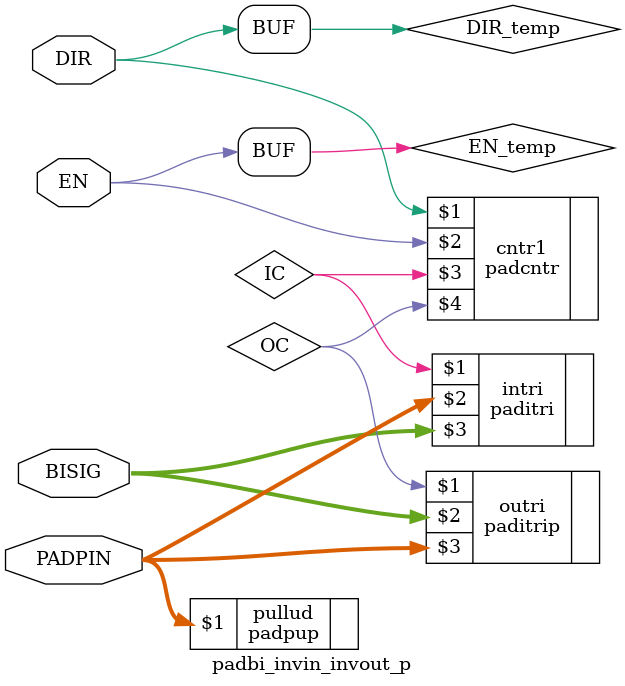
<source format=v>
module padbi_invin_invout_p(EN,DIR,BISIG,PADPIN);
  parameter M = 7;
  parameter N = 0;
  parameter SLIM_FLAG = 0;
  parameter OUTDRIVE = "4MA";
  parameter LEVEL_SHIFTING = 0;
  parameter SCHMITT_TRIGGER = 0;
  parameter PULL_TYPE = "None";
  parameter
        d_EN_r = 0,
        d_EN_f = 0,
        d_DIR_r = 0,
        d_DIR_f = 0,
        d_BISIG = 1,
        d_PADPIN = 1;
  input  EN;
  input  DIR;
  inout [M:N] BISIG;
  inout [M:N] PADPIN;
  wire  EN_temp;
  wire  DIR_temp;
  wire [M:N] BISIG_temp;
  wire [M:N] PADPIN_temp;
  wire  IC;
  wire  OC;
  assign #(d_EN_r,d_EN_f) EN_temp = EN;
  assign #(d_DIR_r,d_DIR_f) DIR_temp = DIR;
  padpup #(M,N,PULL_TYPE) pullud (PADPIN);
  paditrip #(M,N,PULL_TYPE) outri (OC,BISIG,PADPIN);
  paditri #(M,N) intri (IC,PADPIN,BISIG);
  padcntr cntr1 (DIR_temp,EN_temp,IC,OC);
endmodule

</source>
